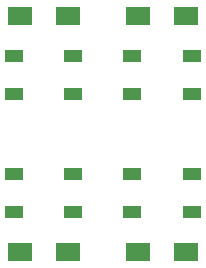
<source format=gbr>
G04 #@! TF.FileFunction,Paste,Bot*
%FSLAX46Y46*%
G04 Gerber Fmt 4.6, Leading zero omitted, Abs format (unit mm)*
G04 Created by KiCad (PCBNEW 4.0.6) date 2017 May 11, Thursday 23:22:10*
%MOMM*%
%LPD*%
G01*
G04 APERTURE LIST*
%ADD10C,1.000000*%
%ADD11R,1.600000X1.000000*%
%ADD12R,2.000000X1.600000*%
G04 APERTURE END LIST*
D10*
D11*
X34567500Y-53532500D03*
X34567500Y-50332500D03*
X39567500Y-53532500D03*
X39567500Y-50332500D03*
D12*
X35067500Y-46932500D03*
X39067500Y-46932500D03*
X45067500Y-46932500D03*
X49067500Y-46932500D03*
D11*
X44567500Y-53532500D03*
X44567500Y-50332500D03*
X49567500Y-53532500D03*
X49567500Y-50332500D03*
X34567500Y-63532500D03*
X34567500Y-60332500D03*
X39567500Y-63532500D03*
X39567500Y-60332500D03*
D12*
X49067500Y-66932500D03*
X45067500Y-66932500D03*
D11*
X49567500Y-60332500D03*
X49567500Y-63532500D03*
X44567500Y-60332500D03*
X44567500Y-63532500D03*
D12*
X35067500Y-66932500D03*
X39067500Y-66932500D03*
M02*

</source>
